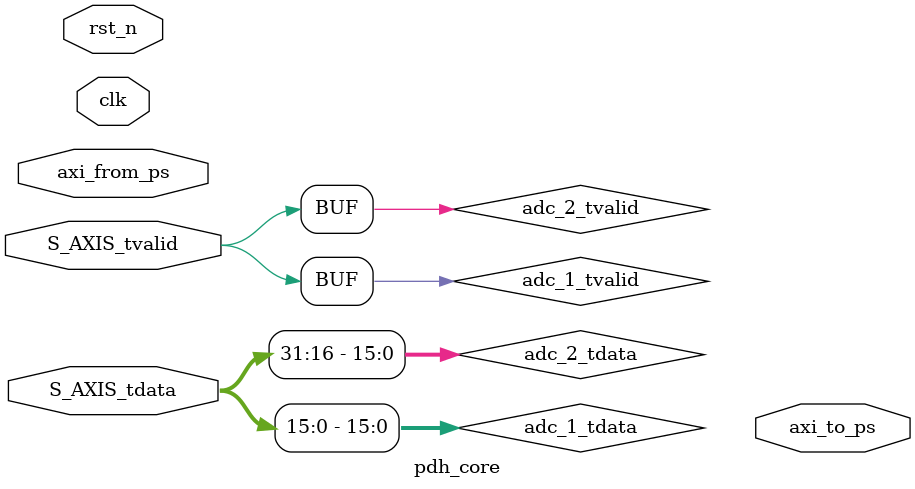
<source format=v>
`timescale 1 ns / 1 ps

module pdh_core #
(
    parameter ADC_DATA_WIDTH = 16, //To account for padding
    parameter DAC_DATA_WIDTH = 14,
    parameter AXIS_TDATA_WIDTH = 32, //Delivered as 2 16-bit unsigned ints packed together
    parameter AXI_GPIO_IN_WIDTH = 32,
    parameter AXI_GPIO_OUT_WIDTH = 32
)
(
    input wire rst_n, //xlc_reset.dout
    input wire clk, //FCLK_CLK0

    (* X_INTERFACE_PARAMETER = "FREQ_HZ 125000000" *)
    input wire [AXIS_TDATA_WIDTH-1:0] S_AXIS_tdata,
    input wire S_AXIS_tvalid,

    input wire [AXI_GPIO_IN_WIDTH-1:0] axi_from_ps,
    output wire [AXI_GPIO_OUT_WIDTH-1:0] axi_to_ps
);
    wire [ADC_DATA_WIDTH-1:0] adc_1_tdata;
    wire adc_1_tvalid;
    
    wire [ADC_DATA_WIDTH-1:0] adc_2_tdata;
    wire adc_2_tvalid;

    assign adc_1_tdata = S_AXIS_tdata[ADC_DATA_WIDTH-1:0];
    assign adc_2_tdata = S_AXIS_tdata[AXIS_TDATA_WIDTH-1:ADC_DATA_WIDTH];
    
    assign adc_1_tvalid = S_AXIS_tvalid;
    assign adc_2_tvalid = S_AXIS_tvalid;






endmodule

</source>
